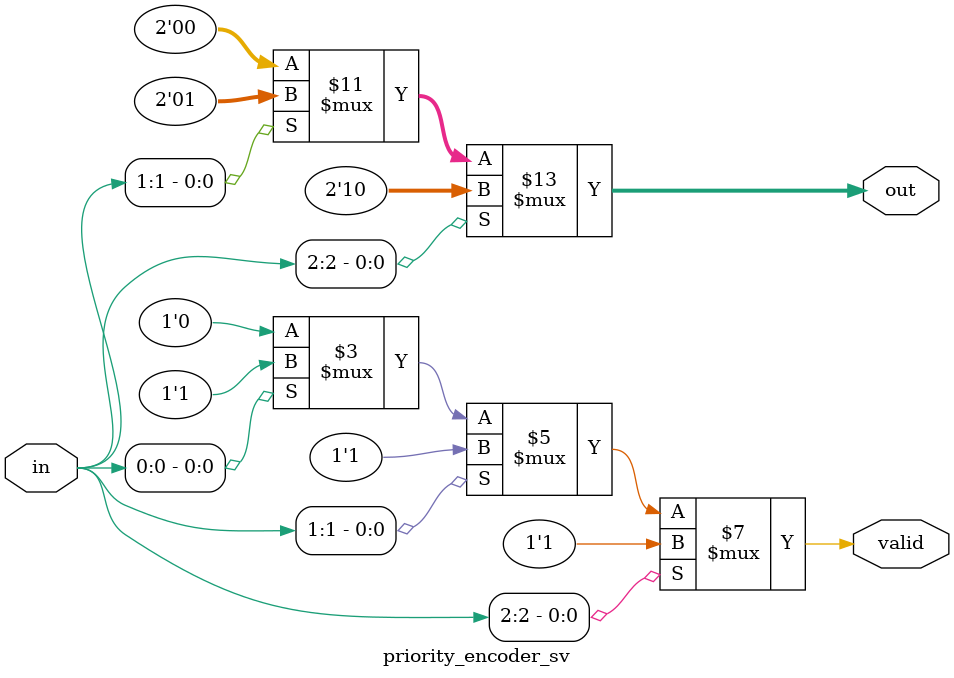
<source format=sv>
`timescale 1ns / 1ps


module priority_encoder_sv (
    input logic [2:0] in,
    output logic [1:0] out,
    output logic valid
);

    always_comb begin
        valid = 1'b0;
        out = 2'b00;
        
        priority case (1'b1)
            in[2]: begin
                out = 2'b10;
                valid = 1'b1;
            end
            in[1]: begin
                out = 2'b01;
                valid = 1'b1;
            end
            in[0]: begin
                out = 2'b00;
                valid = 1'b1;
            end
            default: begin
                out = 2'b00;
                valid = 1'b0;
            end
        endcase
    end

endmodule

</source>
